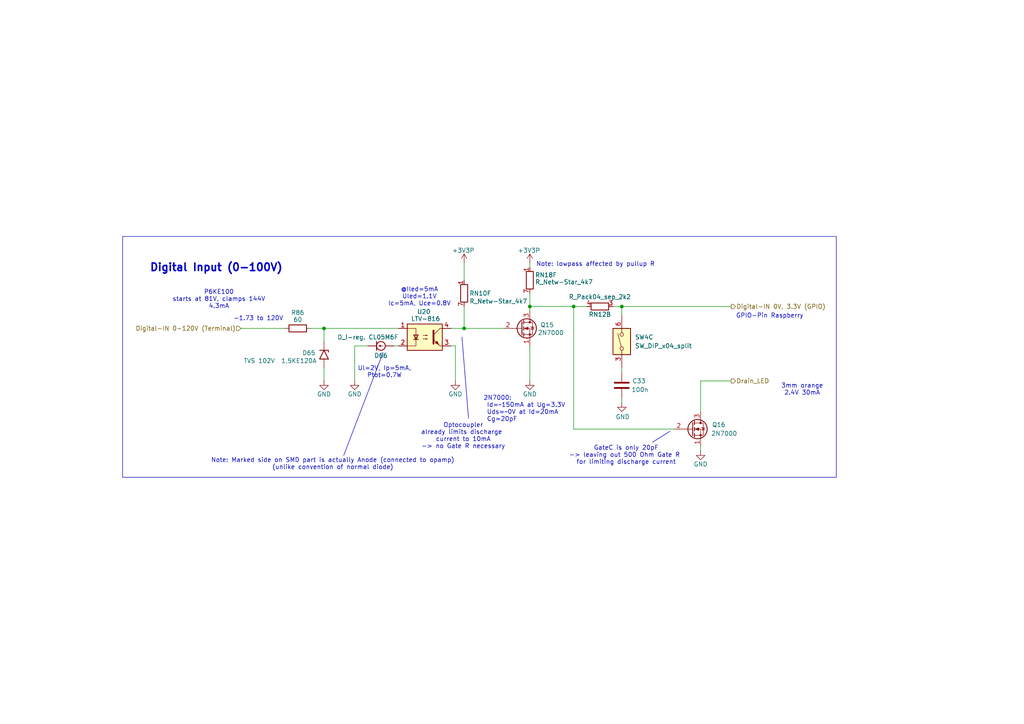
<source format=kicad_sch>
(kicad_sch (version 20231120) (generator "eeschema") (generator_version "8.0")
  (paper "A4")
  (lib_symbols
    (symbol "Device:C" (pin_numbers hide) (pin_names (offset 0.254))
      (property "Reference" "C" (at 0.635 2.54 0))
      (property "Value" "C" (at 0.635 -2.54 0))
      (symbol "C_0_1"
        (polyline (pts (xy -2.032 -0.762) (xy 2.032 -0.762)) (stroke (width 0.508)))
        (polyline (pts (xy -2.032 0.762) (xy 2.032 0.762)) (stroke (width 0.508)))
      )
      (symbol "C_1_1"
        (pin passive line (at 0 3.81 270) (length 2.794) (name "~") (number "1"))
        (pin passive line (at 0 -3.81 90) (length 2.794) (name "~") (number "2"))
      )
    )
    (symbol "Device:D_Current-regulator" (pin_numbers hide) (pin_names (offset 1.016) hide)
      (property "Reference" "D" (at 0 2.54 0))
      (property "Value" "D_Current-regulator" (at 0 -2.54 0))
      (symbol "D_Current-regulator_0_1"
        (polyline (pts (xy -1.27 1.27) (xy -1.27 -1.27)) (stroke (width 0.254)))
      )
      (symbol "D_Current-regulator_1_1"
        (polyline (pts (xy -0.127 0) (xy 0.635 0)))
        (polyline (pts (xy -0.127 0.254) (xy -0.635 0) (xy -0.127 -0.254) (xy -0.127 0.254)) (fill (type outline)))
        (circle (center 0 0) (radius 1.27) (stroke (width 0.254)))
        (pin passive line (at -3.81 0 0) (length 2.54) (name "K") (number "1"))
        (pin passive line (at 3.81 0 180) (length 2.54) (name "A") (number "2"))
      )
    )
    (symbol "Device:R" (pin_numbers hide) (pin_names (offset 0))
      (property "Reference" "R" (at 2.032 0 90))
      (property "Value" "R" (at 0 0 90))
      (symbol "R_0_1"
        (rectangle (start -1.016 -2.54) (end 1.016 2.54) (stroke (width 0.254)))
      )
      (symbol "R_1_1"
        (pin passive line (at 0 3.81 270) (length 1.27) (name "~") (number "1"))
        (pin passive line (at 0 -3.81 90) (length 1.27) (name "~") (number "2"))
      )
    )
    (symbol "Device:R_Network08_Split" (pin_names (offset 0) hide)
      (property "Reference" "RN" (at 2.032 0 90))
      (property "Value" "R_Network08_Split" (at 0 0 90))
      (symbol "R_Network08_Split_0_1"
        (rectangle (start 1.016 2.54) (end -1.016 -2.54) (stroke (width 0.254)))
        (pin passive line (at 0 3.81 270) (length 1.27) (name "R1") (number "1"))
      )
      (symbol "R_Network08_Split_1_1"
        (pin passive line (at 0 -3.81 90) (length 1.27) (name "R1.2") (number "2"))
      )
      (symbol "R_Network08_Split_2_1"
        (pin passive line (at 0 -3.81 90) (length 1.27) (name "R2.2") (number "3"))
      )
      (symbol "R_Network08_Split_3_1"
        (pin passive line (at 0 -3.81 90) (length 1.27) (name "R3.2") (number "4"))
      )
      (symbol "R_Network08_Split_4_1"
        (pin passive line (at 0 -3.81 90) (length 1.27) (name "R4.2") (number "5"))
      )
      (symbol "R_Network08_Split_5_1"
        (pin passive line (at 0 -3.81 90) (length 1.27) (name "R5.2") (number "6"))
      )
      (symbol "R_Network08_Split_6_1"
        (pin passive line (at 0 -3.81 90) (length 1.27) (name "R6.2") (number "7"))
      )
      (symbol "R_Network08_Split_7_1"
        (pin passive line (at 0 -3.81 90) (length 1.27) (name "R7.2") (number "8"))
      )
      (symbol "R_Network08_Split_8_1"
        (pin passive line (at 0 -3.81 90) (length 1.27) (name "R8.2") (number "9"))
      )
    )
    (symbol "Device:R_Pack04_SIP_Split" (pin_names (offset 0) hide)
      (property "Reference" "RN" (at 2.032 0 90))
      (property "Value" "R_Pack04_SIP_Split" (at 0 0 90))
      (symbol "R_Pack04_SIP_Split_0_1"
        (rectangle (start 1.016 2.54) (end -1.016 -2.54) (stroke (width 0.254)))
      )
      (symbol "R_Pack04_SIP_Split_1_1"
        (pin passive line (at 0 -3.81 90) (length 1.27) (name "R1.1") (number "1"))
        (pin passive line (at 0 3.81 270) (length 1.27) (name "R1.2") (number "2"))
      )
      (symbol "R_Pack04_SIP_Split_2_1"
        (pin passive line (at 0 -3.81 90) (length 1.27) (name "R2.1") (number "3"))
        (pin passive line (at 0 3.81 270) (length 1.27) (name "R2.2") (number "4"))
      )
      (symbol "R_Pack04_SIP_Split_3_1"
        (pin passive line (at 0 -3.81 90) (length 1.27) (name "R3.1") (number "5"))
        (pin passive line (at 0 3.81 270) (length 1.27) (name "R3.2") (number "6"))
      )
      (symbol "R_Pack04_SIP_Split_4_1"
        (pin passive line (at 0 -3.81 90) (length 1.27) (name "R4.1") (number "7"))
        (pin passive line (at 0 3.81 270) (length 1.27) (name "R4.2") (number "8"))
      )
    )
    (symbol "Diode:1N62xxA" (pin_numbers hide) (pin_names (offset 1.016) hide)
      (property "Reference" "D" (at 0 2.54 0))
      (property "Value" "1N62xxA" (at 0 -2.54 0))
      (symbol "1N62xxA_0_1"
        (polyline (pts (xy -0.762 1.27) (xy -1.27 1.27) (xy -1.27 -1.27)) (stroke (width 0.254)))
        (polyline (pts (xy 1.27 1.27) (xy 1.27 -1.27) (xy -1.27 0) (xy 1.27 1.27)) (stroke (width 0.254)))
      )
      (symbol "1N62xxA_1_1"
        (pin passive line (at -3.81 0 0) (length 2.54) (name "A1") (number "1"))
        (pin passive line (at 3.81 0 180) (length 2.54) (name "A2") (number "2"))
      )
    )
    (symbol "Isolator:LTV-817M" (pin_names (offset 1.016))
      (property "Reference" "U" (at -3.81 5.08 0))
      (property "Value" "LTV-817M" (at 0 -5.08 0))
      (symbol "LTV-817M_1_1"
        (rectangle (start -5.08 3.81) (end 5.08 -3.81) (stroke (width 0.254)) (fill (type background)))
        (polyline (pts (xy -3.175 -0.635) (xy -1.905 -0.635)) (stroke (width 0.254)))
        (polyline (pts (xy 2.54 0.635) (xy 4.445 2.54)))
        (polyline (pts (xy 4.445 -2.54) (xy 2.54 -0.635)) (fill (type outline)))
        (polyline (pts (xy 4.445 -2.54) (xy 5.08 -2.54)))
        (polyline (pts (xy 4.445 2.54) (xy 5.08 2.54)))
        (polyline (pts (xy -5.08 2.54) (xy -2.54 2.54) (xy -2.54 -0.762)))
        (polyline (pts (xy -2.54 -0.635) (xy -2.54 -2.54) (xy -5.08 -2.54)))
        (polyline (pts (xy 2.54 1.905) (xy 2.54 -1.905) (xy 2.54 -1.905)) (stroke (width 0.508)))
        (polyline (pts (xy -2.54 -0.635) (xy -3.175 0.635) (xy -1.905 0.635) (xy -2.54 -0.635)) (stroke (width 0.254)))
        (polyline (pts (xy -0.508 -0.508) (xy 0.762 -0.508) (xy 0.381 -0.635) (xy 0.381 -0.381) (xy 0.762 -0.508)))
        (polyline (pts (xy -0.508 0.508) (xy 0.762 0.508) (xy 0.381 0.381) (xy 0.381 0.635) (xy 0.762 0.508)))
        (polyline (pts (xy 3.048 -1.651) (xy 3.556 -1.143) (xy 4.064 -2.159) (xy 3.048 -1.651) (xy 3.048 -1.651)) (fill (type outline)))
        (pin passive line (at -7.62 2.54 0) (length 2.54) (name "~") (number "1"))
        (pin passive line (at -7.62 -2.54 0) (length 2.54) (name "~") (number "2"))
        (pin passive line (at 7.62 -2.54 180) (length 2.54) (name "~") (number "3"))
        (pin passive line (at 7.62 2.54 180) (length 2.54) (name "~") (number "4"))
      )
    )
    (symbol "Transistor_FET:2N7000" (pin_names hide)
      (property "Reference" "Q" (at 5.08 1.905 0))
      (property "Value" "2N7000" (at 5.08 0 0))
      (symbol "2N7000_0_1"
        (polyline (pts (xy 0.254 0) (xy -2.54 0)))
        (polyline (pts (xy 0.254 1.905) (xy 0.254 -1.905)) (stroke (width 0.254)))
        (polyline (pts (xy 0.762 -1.27) (xy 0.762 -2.286)) (stroke (width 0.254)))
        (polyline (pts (xy 0.762 0.508) (xy 0.762 -0.508)) (stroke (width 0.254)))
        (polyline (pts (xy 0.762 2.286) (xy 0.762 1.27)) (stroke (width 0.254)))
        (polyline (pts (xy 2.54 2.54) (xy 2.54 1.778)))
        (polyline (pts (xy 2.54 -2.54) (xy 2.54 0) (xy 0.762 0)))
        (polyline (pts (xy 0.762 -1.778) (xy 3.302 -1.778) (xy 3.302 1.778) (xy 0.762 1.778)))
        (polyline (pts (xy 1.016 0) (xy 2.032 0.381) (xy 2.032 -0.381) (xy 1.016 0)) (fill (type outline)))
        (polyline (pts (xy 2.794 0.508) (xy 2.921 0.381) (xy 3.683 0.381) (xy 3.81 0.254)))
        (polyline (pts (xy 3.302 0.381) (xy 2.921 -0.254) (xy 3.683 -0.254) (xy 3.302 0.381)))
        (circle (center 1.651 0) (radius 2.794) (stroke (width 0.254)))
        (circle (center 2.54 -1.778) (radius 0.254) (fill (type outline)))
        (circle (center 2.54 1.778) (radius 0.254) (fill (type outline)))
      )
      (symbol "2N7000_1_1"
        (pin passive line (at 2.54 -5.08 90) (length 2.54) (name "S") (number "1"))
        (pin input line (at -5.08 0 0) (length 2.54) (name "G") (number "2"))
        (pin passive line (at 2.54 5.08 270) (length 2.54) (name "D") (number "3"))
      )
    )
    (symbol "custom-symbols:SW_DIP_x04_split" (pin_names (offset 0) hide)
      (property "Reference" "SW" (at 0 3.81 0))
      (property "Value" "SW_DIP_x04_split" (at 0 -3.81 0))
      (symbol "SW_DIP_x04_split_0_0"
        (circle (center -2.032 0) (radius 0.508))
        (polyline (pts (xy -1.524 0.127) (xy 2.3622 1.1684)))
        (circle (center 2.032 0) (radius 0.508))
      )
      (symbol "SW_DIP_x04_split_0_1"
        (rectangle (start -3.81 2.54) (end 3.81 -2.54) (stroke (width 0.254)) (fill (type background)))
      )
      (symbol "SW_DIP_x04_split_1_1"
        (pin passive line (at -7.62 0 0) (length 5.08) (name "~") (number "1"))
        (pin passive line (at 7.62 0 180) (length 5.08) (name "~") (number "8"))
      )
      (symbol "SW_DIP_x04_split_2_1"
        (pin passive line (at -7.62 0 0) (length 5.08) (name "~") (number "2"))
        (pin passive line (at 7.62 0 180) (length 5.08) (name "~") (number "7"))
      )
      (symbol "SW_DIP_x04_split_3_1"
        (pin passive line (at -7.62 0 0) (length 5.08) (name "~") (number "3"))
        (pin passive line (at 7.62 0 180) (length 5.08) (name "~") (number "6"))
      )
      (symbol "SW_DIP_x04_split_4_1"
        (pin passive line (at -7.62 0 0) (length 5.08) (name "~") (number "4"))
        (pin passive line (at 7.62 0 180) (length 5.08) (name "~") (number "5"))
      )
    )
    (symbol "power:+3V3" (power) (pin_numbers hide) (pin_names (offset 0) hide)
      (property "Value" "+3V3" (at 0 3.556 0))
      (symbol "+3V3_0_1"
        (polyline (pts (xy -0.762 1.27) (xy 0 2.54)))
        (polyline (pts (xy 0 0) (xy 0 2.54)))
        (polyline (pts (xy 0 2.54) (xy 0.762 1.27)))
      )
      (symbol "+3V3_1_1"
        (pin power_in line (at 0 0 90) (length 0) (name "~") (number "1"))
      )
    )
    (symbol "power:GND" (power) (pin_numbers hide) (pin_names (offset 0) hide)
      (property "Value" "GND" (at 0 -3.81 0))
      (symbol "GND_0_1"
        (polyline (pts (xy 0 0) (xy 0 -1.27) (xy 1.27 -1.27) (xy 0 -2.54) (xy -1.27 -1.27) (xy 0 -1.27)))
      )
      (symbol "GND_1_1"
        (pin power_in line (at 0 0 270) (length 0) (name "~") (number "1"))
      )
    )
  )
  (junction (at 153.67 88.9))
  (junction (at 134.62 95.25))
  (junction (at 180.34 88.9))
  (junction (at 93.98 95.25))
  (junction (at 166.37 88.9))
  (wire (pts (xy 102.87 100.33) (xy 102.87 110.49)))
  (polyline (pts (xy 194.31 125.095) (xy 189.23 128.27)))
  (wire (pts (xy 130.81 100.33) (xy 132.08 100.33)))
  (wire (pts (xy 203.2 110.49) (xy 212.09 110.49)))
  (wire (pts (xy 166.37 124.46) (xy 195.58 124.46)))
  (wire (pts (xy 93.98 95.25) (xy 93.98 99.06)))
  (wire (pts (xy 106.68 100.33) (xy 102.87 100.33)))
  (wire (pts (xy 132.08 100.33) (xy 132.08 110.49)))
  (wire (pts (xy 177.8 88.9) (xy 180.34 88.9)))
  (wire (pts (xy 180.34 88.9) (xy 212.09 88.9)))
  (wire (pts (xy 93.98 106.68) (xy 93.98 110.49)))
  (wire (pts (xy 153.67 76.2) (xy 153.67 77.47)))
  (wire (pts (xy 134.62 88.9) (xy 134.62 95.25)))
  (wire (pts (xy 134.62 95.25) (xy 146.05 95.25)))
  (wire (pts (xy 153.67 88.9) (xy 153.67 90.17)))
  (wire (pts (xy 180.34 107.95) (xy 180.34 106.68)))
  (wire (pts (xy 69.85 95.25) (xy 82.55 95.25)))
  (wire (pts (xy 180.34 115.57) (xy 180.34 116.84)))
  (wire (pts (xy 153.67 85.09) (xy 153.67 88.9)))
  (polyline (pts (xy 111.125 102.235) (xy 99.695 132.08)))
  (wire (pts (xy 93.98 95.25) (xy 115.57 95.25)))
  (wire (pts (xy 114.3 100.33) (xy 115.57 100.33)))
  (wire (pts (xy 130.81 95.25) (xy 134.62 95.25)))
  (wire (pts (xy 166.37 88.9) (xy 170.18 88.9)))
  (wire (pts (xy 203.2 110.49) (xy 203.2 119.38)))
  (wire (pts (xy 90.17 95.25) (xy 93.98 95.25)))
  (wire (pts (xy 153.67 88.9) (xy 166.37 88.9)))
  (wire (pts (xy 166.37 124.46) (xy 166.37 88.9)))
  (wire (pts (xy 153.67 100.33) (xy 153.67 110.49)))
  (polyline (pts (xy 133.985 97.79) (xy 135.89 121.285)))
  (wire (pts (xy 180.34 88.9) (xy 180.34 91.44)))
  (wire (pts (xy 203.2 129.54) (xy 203.2 130.81)))
  (wire (pts (xy 134.62 76.2) (xy 134.62 81.28)))
  (rectangle (start 35.56 68.58) (end 242.57 138.43))
  (text "Note: lowpass affected by pullup R" (at 172.72 76.708 0) (effects (font (size 1.27 1.27))))
  (text "Ul=2V, Ip=5mA,\nPtot=0.7W" (at 111.506 107.95 0) (effects (font (size 1.27 1.27))))
  (text "3mm orange\n2.4V 30mA" (at 232.664 113.03 0) (effects (font (size 1.27 1.27))))
  (text "Note: Marked side on SMD part is actually Anode (connected to opamp)\n(unlike convention of normal diode)" (at 96.52 134.62 0) (effects (font (size 1.27 1.27))))
  (text "Digital Input (0-100V)" (at 62.738 77.724 0) (effects (font (size 2.2 2.2) (thickness 0.44) (bold yes))))
  (text "GateC is only 20pF\n-> leaving out 500 Ohm Gate R \nfor limiting discharge current" (at 181.61 132.08 0) (effects (font (size 1.27 1.27))))
  (text "P6KE100\nstarts at 81V, clamps 144V\n4.3mA" (at 63.5 86.868 0) (effects (font (size 1.27 1.27))))
  (text "GPIO-Pin Raspberry" (at 223.266 91.694 0) (effects (font (size 1.27 1.27))))
  (text "-1.73 to 120V" (at 74.93 92.456 0) (effects (font (size 1.27 1.27))))
  (text "2N7000:\n Id=~150mA at Ug=3.3V\n Uds=~0V at Id=20mA\n Cg=20pF" (at 140.208 118.618 0) (effects (font (size 1.27 1.27)) (justify left)))
  (text "Optocoupler\nalready limits discharge \ncurrent to 10mA\n-> no Gate R necessary" (at 134.366 126.492 0) (effects (font (size 1.27 1.27))))
  (text "@Iled=5mA\nUled=1.1V\nIc=5mA, Uce=0.8V" (at 121.666 86.106 0) (effects (font (size 1.27 1.27))))
  (hierarchical_label "Digital-IN 0V, 3.3V (GPIO)" (shape output) (at 212.09 88.9 0))
  (hierarchical_label "Drain_LED" (shape output) (at 212.09 110.49 0))
  (hierarchical_label "Digital-IN 0-120V (Terminal)" (shape input) (at 69.85 95.25 180))
  (symbol (lib_id "Device:R_Network08_Split") (at 153.67 81.28 0) (unit 6)
    (property "Reference" "RN18" (at 155.194 79.756 0) (effects (justify left)))
    (property "Value" "R_Netw-Star_4k7" (at 155.194 81.788 0) (effects (justify left)))
    (property "Footprint" "Resistor_THT:R_Array_SIP9" (effects (hide yes)))
    (property "Datasheet" "https://www.reichelt.com/be/en/shop/product/resistor_network_8_x_4_7_kohm_2_sil-9-18049?nbc=1&trstct=pos_15" (effects (hide yes)))
    (property "Description" "8 resistor network, star topology, bussed resistors, split" (effects (hide yes)))
    (instances (project "pi-interface-board_v1.0" (path "" (reference "RN18") (unit 6)) (path "" (reference "RN18") (unit 7)) (path "" (reference "RN18") (unit 5)) (path "" (reference "RN18") (unit 8)) (path "" (reference "RN18") (unit 2)) (path "" (reference "RN18") (unit 4)) (path "" (reference "RN18") (unit 3)) (path "" (reference "RN18") (unit 1))))
  )
  (symbol (lib_id "power:GND") (at 102.87 110.49 0) (unit 1)
    (property "Reference" "#PWR0158" (effects (hide yes)))
    (property "Value" "GND" (at 102.87 114.3 0))
    (property "Description" "Power symbol creates a global label with name \"GND\" , ground" (effects (hide yes)))
    (instances (project "pi-interface-board_v1.0" (path "" (reference "#PWR0158") (unit 1)) (path "" (reference "#PWR0167") (unit 1)) (path "" (reference "#PWR0149") (unit 1)) (path "" (reference "#PWR0176") (unit 1)) (path "" (reference "#PWR0122") (unit 1)) (path "" (reference "#PWR0140") (unit 1)) (path "" (reference "#PWR0131") (unit 1)) (path "" (reference "#PWR0113") (unit 1))))
  )
  (symbol (lib_id "Transistor_FET:2N7000") (at 151.13 95.25 0) (unit 1)
    (property "Reference" "Q15" (at 156.718 94.234 0) (effects (justify left)))
    (property "Value" "2N7000" (at 155.956 96.52 0) (effects (justify left)))
    (property "Footprint" "Package_TO_SOT_THT:TO-92_HandSolder" (effects (hide yes)))
    (property "Datasheet" "https://www.reichelt.com/be/de/shop/produkt/mosfet_n-ch_60v_0_115a_0_4w_1_7r_to-92-41141?nbc=1&q=%2Fbe%2Fde%2Fshop%2Fmosfet-n-ch-60v-0-115a-0-4w-1-7r-to-92-2n-7000-p41141.html&trstct=pos_0" (effects (hide yes)))
    (property "Description" "0.2A Id, 200V Vds, N-Channel MOSFET, 2.6V Logic Level, TO-92" (effects (hide yes)))
    (instances (project "pi-interface-board_v1.0" (path "" (reference "Q15") (unit 1)) (path "" (reference "Q17") (unit 1)) (path "" (reference "Q13") (unit 1)) (path "" (reference "Q19") (unit 1)) (path "" (reference "Q7") (unit 1)) (path "" (reference "Q11") (unit 1)) (path "" (reference "Q9") (unit 1)) (path "" (reference "Q2") (unit 1))))
  )
  (symbol (lib_id "power:GND") (at 203.2 130.81 0) (unit 1)
    (property "Reference" "#PWR0165" (effects (hide yes)))
    (property "Value" "GND" (at 203.2 134.62 0))
    (property "Description" "Power symbol creates a global label with name \"GND\" , ground" (effects (hide yes)))
    (instances (project "pi-interface-board_v1.0" (path "" (reference "#PWR0165") (unit 1)) (path "" (reference "#PWR0174") (unit 1)) (path "" (reference "#PWR0156") (unit 1)) (path "" (reference "#PWR0183") (unit 1)) (path "" (reference "#PWR0129") (unit 1)) (path "" (reference "#PWR0147") (unit 1)) (path "" (reference "#PWR0138") (unit 1)) (path "" (reference "#PWR0120") (unit 1))))
  )
  (symbol (lib_id "Transistor_FET:2N7000") (at 200.66 124.46 0) (unit 1)
    (property "Reference" "Q16" (at 206.502 123.19 0) (effects (justify left)))
    (property "Value" "2N7000" (at 206.248 125.73 0) (effects (justify left)))
    (property "Footprint" "Package_TO_SOT_THT:TO-92_HandSolder" (effects (hide yes)))
    (property "Datasheet" "https://www.reichelt.com/be/de/shop/produkt/mosfet_n-ch_60v_0_115a_0_4w_1_7r_to-92-41141?nbc=1&q=%2Fbe%2Fde%2Fshop%2Fmosfet-n-ch-60v-0-115a-0-4w-1-7r-to-92-2n-7000-p41141.html&trstct=pos_0" (effects (hide yes)))
    (property "Description" "0.2A Id, 200V Vds, N-Channel MOSFET, 2.6V Logic Level, TO-92" (effects (hide yes)))
    (instances (project "pi-interface-board_v1.0" (path "" (reference "Q16") (unit 1)) (path "" (reference "Q18") (unit 1)) (path "" (reference "Q14") (unit 1)) (path "" (reference "Q20") (unit 1)) (path "" (reference "Q8") (unit 1)) (path "" (reference "Q12") (unit 1)) (path "" (reference "Q10") (unit 1)) (path "" (reference "Q6") (unit 1))))
  )
  (symbol (lib_id "Device:C") (at 180.34 111.76 0) (unit 1)
    (property "Reference" "C33" (at 183.388 110.49 0) (effects (justify left)))
    (property "Value" "100n" (at 183.134 113.03 0) (effects (justify left)))
    (property "Footprint" "Capacitor_THT:C_Disc_D7.0mm_W2.5mm_P5.00mm" (effects (hide yes)))
    (property "Datasheet" "https://www.conrad.de/de/p/kemet-r82dc3100aa50k-1-st-polyester-kondensator-radial-bedrahtet-100-nf-63-v-10-5-mm-l-x-b-x-h-7-2-x-2-5-x-6-5-mm-1235240.html" (effects (hide yes)))
    (property "Description" "Unpolarized capacitor" (effects (hide yes)))
    (instances (project "pi-interface-board_v1.0" (path "" (reference "C33") (unit 1)) (path "" (reference "C34") (unit 1)) (path "" (reference "C32") (unit 1)) (path "" (reference "C35") (unit 1)) (path "" (reference "C29") (unit 1)) (path "" (reference "C31") (unit 1)) (path "" (reference "C30") (unit 1)) (path "" (reference "C17") (unit 1))))
  )
  (symbol (lib_id "Diode:1N62xxA") (at 93.98 102.87 270) (unit 1)
    (property "Reference" "D65" (at 87.63 102.362 90) (effects (justify left)))
    (property "Value" "TVS 102V  1,5KE120A" (at 70.612 104.648 90) (effects (justify left)))
    (property "Footprint" "Diode_THT:D_DO-15_P5.08mm_Vertical_AnodeUp" (effects (hide yes)))
    (property "Datasheet" "https://www.reichelt.com/be/en/shop/product/tvs_diode_unidirectional_102_v_1500_w_do-201-272795" (effects (hide yes)))
    (property "Description" "1500W unidirectional TRANSZORB® Transient Voltage Suppressor, DO-201AE" (effects (hide yes)))
    (instances (project "pi-interface-board_v1.0" (path "" (reference "D65") (unit 1)) (path "" (reference "D68") (unit 1)) (path "" (reference "D62") (unit 1)) (path "" (reference "D71") (unit 1)) (path "" (reference "D53") (unit 1)) (path "" (reference "D59") (unit 1)) (path "" (reference "D56") (unit 1)) (path "" (reference "D50") (unit 1))))
  )
  (symbol (lib_id "Device:R") (at 86.36 95.25 90) (unit 1)
    (property "Reference" "R86" (at 86.36 90.678 90))
    (property "Value" "60" (at 86.36 92.71 90))
    (property "Footprint" "Resistor_THT:R_Axial_DIN0207_L6.3mm_D2.5mm_P2.54mm_Vertical" (effects (hide yes)))
    (property "Datasheet" "https://www.reichelt.com/be/en/shop/product/metal_film_resistor_59_0_ohm-11890" (effects (hide yes)))
    (property "Description" "Resistor" (effects (hide yes)))
    (instances (project "pi-interface-board_v1.0" (path "" (reference "R86") (unit 1)) (path "" (reference "R93") (unit 1)) (path "" (reference "R79") (unit 1)) (path "" (reference "R100") (unit 1)) (path "" (reference "R58") (unit 1)) (path "" (reference "R72") (unit 1)) (path "" (reference "R65") (unit 1)) (path "" (reference "R1") (unit 1))))
  )
  (symbol (lib_id "power:GND") (at 132.08 110.49 0) (unit 1)
    (property "Reference" "#PWR0159" (effects (hide yes)))
    (property "Value" "GND" (at 132.08 114.3 0))
    (property "Description" "Power symbol creates a global label with name \"GND\" , ground" (effects (hide yes)))
    (instances (project "pi-interface-board_v1.0" (path "" (reference "#PWR0159") (unit 1)) (path "" (reference "#PWR0168") (unit 1)) (path "" (reference "#PWR0150") (unit 1)) (path "" (reference "#PWR0177") (unit 1)) (path "" (reference "#PWR0123") (unit 1)) (path "" (reference "#PWR0141") (unit 1)) (path "" (reference "#PWR0132") (unit 1)) (path "" (reference "#PWR0114") (unit 1))))
  )
  (symbol (lib_id "power:GND") (at 180.34 116.84 0) (unit 1)
    (property "Reference" "#PWR0163" (effects (hide yes)))
    (property "Value" "GND" (at 180.594 120.904 0))
    (property "Description" "Power symbol creates a global label with name \"GND\" , ground" (effects (hide yes)))
    (instances (project "pi-interface-board_v1.0" (path "" (reference "#PWR0163") (unit 1)) (path "" (reference "#PWR0172") (unit 1)) (path "" (reference "#PWR0154") (unit 1)) (path "" (reference "#PWR0181") (unit 1)) (path "" (reference "#PWR0127") (unit 1)) (path "" (reference "#PWR0145") (unit 1)) (path "" (reference "#PWR0136") (unit 1)) (path "" (reference "#PWR0118") (unit 1))))
  )
  (symbol (lib_id "power:GND") (at 93.98 110.49 0) (unit 1)
    (property "Reference" "#PWR0157" (effects (hide yes)))
    (property "Value" "GND" (at 93.98 114.3 0))
    (property "Description" "Power symbol creates a global label with name \"GND\" , ground" (effects (hide yes)))
    (instances (project "pi-interface-board_v1.0" (path "" (reference "#PWR0157") (unit 1)) (path "" (reference "#PWR0166") (unit 1)) (path "" (reference "#PWR0148") (unit 1)) (path "" (reference "#PWR0175") (unit 1)) (path "" (reference "#PWR0121") (unit 1)) (path "" (reference "#PWR0139") (unit 1)) (path "" (reference "#PWR0130") (unit 1)) (path "" (reference "#PWR0112") (unit 1))))
  )
  (symbol (lib_id "custom-symbols:SW_DIP_x04_split") (at 180.34 99.06 90) (unit 3)
    (property "Reference" "SW4" (at 184.15 97.7899 90) (effects (justify right)))
    (property "Value" "SW_DIP_x04_split" (at 184.15 100.3299 90) (effects (justify right)))
    (property "Footprint" "Button_Switch_THT:SW_DIP_SPSTx04_Slide_9.78x12.34mm_W7.62mm_P2.54mm" (effects (hide yes)))
    (property "Datasheet" "https://www.reichelt.com/be/en/shop/product/dip_switch_vertical_4-pin-13532" (effects (hide yes)))
    (property "Description" "4x DIP Switch, 4 Pole Single Throw (SPST) switch, small symbol" (effects (hide yes)))
    (instances (project "" (path "" (reference "SW4") (unit 3)) (path "" (reference "SW4") (unit 2)) (path "" (reference "SW4") (unit 4)) (path "" (reference "SW4") (unit 1)) (path "" (reference "SW3") (unit 3)) (path "" (reference "SW3") (unit 1)) (path "" (reference "SW3") (unit 2)) (path "" (reference "SW3") (unit 4))))
  )
  (symbol (lib_id "Device:R_Pack04_SIP_Split") (at 173.99 88.9 90) (unit 2)
    (property "Reference" "RN12" (at 173.99 91.186 90))
    (property "Value" "R_Pack04_sep_2k2" (at 173.99 86.106 90))
    (property "Footprint" "Resistor_THT:R_Array_SIP8" (effects (hide yes)))
    (property "Datasheet" "https://www.reichelt.com/be/en/shop/product/resistor_network_4_x_2_2_kohm_2_sil-8-17915" (effects (hide yes)))
    (property "Description" "4 resistor network, parallel topology, SIP package, split" (effects (hide yes)))
    (instances (project "" (path "" (reference "RN12") (unit 2)) (path "" (reference "RN12") (unit 3)) (path "" (reference "RN12") (unit 1)) (path "" (reference "RN12") (unit 4)) (path "" (reference "RN11") (unit 2)) (path "" (reference "RN11") (unit 4)) (path "" (reference "RN11") (unit 3)) (path "" (reference "RN11") (unit 1))))
  )
  (symbol (lib_id "Device:R_Network08_Split") (at 134.62 85.09 0) (unit 6)
    (property "Reference" "RN10" (at 136.144 85.09 0) (effects (justify left)))
    (property "Value" "R_Netw-Star_4k7" (at 136.144 87.376 0) (effects (justify left)))
    (property "Footprint" "Resistor_THT:R_Array_SIP9" (effects (hide yes)))
    (property "Datasheet" "https://www.reichelt.com/be/en/shop/product/resistor_network_8_x_4_7_kohm_2_sil-9-18049?nbc=1&trstct=pos_15" (effects (hide yes)))
    (property "Description" "8 resistor network, star topology, bussed resistors, split" (effects (hide yes)))
    (instances (project "" (path "" (reference "RN10") (unit 6)) (path "" (reference "RN10") (unit 7)) (path "" (reference "RN10") (unit 5)) (path "" (reference "RN10") (unit 8)) (path "" (reference "RN10") (unit 3)) (path "" (reference "RN10") (unit 1)) (path "" (reference "RN10") (unit 2)) (path "" (reference "RN10") (unit 4))))
  )
  (symbol (lib_id "Device:D_Current-regulator") (at 110.49 100.33 0) (unit 1)
    (property "Reference" "D66" (at 110.49 103.124 0))
    (property "Value" "D_I-reg. CL05M6F" (at 106.68 97.79 0))
    (property "Footprint" "Diode_SMD:D_SOD-123F" (effects (hide yes)))
    (property "Datasheet" "https://www.conrad.de/de/p/diotec-konstantstromquellen-cl05m6f-sod-123fl-2807601.html" (effects (hide yes)))
    (property "Description" "Constant-current diode / current limiting diode / current regulator diode, IEC60747-3:2013" (effects (hide yes)))
    (instances (project "pi-interface-board_v1.0" (path "" (reference "D66") (unit 1)) (path "" (reference "D69") (unit 1)) (path "" (reference "D63") (unit 1)) (path "" (reference "D72") (unit 1)) (path "" (reference "D54") (unit 1)) (path "" (reference "D60") (unit 1)) (path "" (reference "D57") (unit 1)) (path "" (reference "D51") (unit 1))))
  )
  (symbol (lib_id "power:+3V3") (at 153.67 76.2 0) (unit 1)
    (property "Reference" "#PWR027" (effects (hide yes)))
    (property "Value" "+3V3P" (at 153.416 72.644 0))
    (property "Description" "Power symbol creates a global label with name \"+3V3\"" (effects (hide yes)))
    (instances (project "pi-interface-board_v1.0" (path "" (reference "#PWR027") (unit 1)) (path "" (reference "#PWR029") (unit 1)) (path "" (reference "#PWR026") (unit 1)) (path "" (reference "#PWR043") (unit 1)) (path "" (reference "#PWR022") (unit 1)) (path "" (reference "#PWR025") (unit 1)) (path "" (reference "#PWR024") (unit 1)) (path "" (reference "#PWR021") (unit 1))))
  )
  (symbol (lib_id "power:+3V3") (at 134.62 76.2 0) (unit 1)
    (property "Reference" "#PWR018" (effects (hide yes)))
    (property "Value" "+3V3P" (at 134.366 72.644 0))
    (property "Description" "Power symbol creates a global label with name \"+3V3\"" (effects (hide yes)))
    (instances (project "pi-interface-board_v1.0" (path "" (reference "#PWR018") (unit 1)) (path "" (reference "#PWR019") (unit 1)) (path "" (reference "#PWR016") (unit 1)) (path "" (reference "#PWR020") (unit 1)) (path "" (reference "#PWR08") (unit 1)) (path "" (reference "#PWR010") (unit 1)) (path "" (reference "#PWR09") (unit 1)) (path "" (reference "#PWR07") (unit 1))))
  )
  (symbol (lib_id "power:GND") (at 153.67 110.49 0) (unit 1)
    (property "Reference" "#PWR0162" (effects (hide yes)))
    (property "Value" "GND" (at 153.67 114.3 0))
    (property "Description" "Power symbol creates a global label with name \"GND\" , ground" (effects (hide yes)))
    (instances (project "pi-interface-board_v1.0" (path "" (reference "#PWR0162") (unit 1)) (path "" (reference "#PWR0171") (unit 1)) (path "" (reference "#PWR0153") (unit 1)) (path "" (reference "#PWR0180") (unit 1)) (path "" (reference "#PWR0126") (unit 1)) (path "" (reference "#PWR0144") (unit 1)) (path "" (reference "#PWR0135") (unit 1)) (path "" (reference "#PWR0117") (unit 1))))
  )
  (symbol (lib_id "Isolator:LTV-817M") (at 123.19 97.79 0) (unit 1)
    (property "Reference" "U20" (at 122.936 90.424 0))
    (property "Value" "LTV-816" (at 123.444 92.456 0))
    (property "Footprint" "Package_DIP:DIP-4_W10.16mm" (effects (hide yes)))
    (property "Datasheet" "[bestand] https://de.rs-online.com/web/p/optokoppler/6912108" (effects (hide yes)))
    (property "Description" "DC Optocoupler, Vce 35V, CTR 50%, DIP-4" (effects (hide yes)))
    (instances (project "pi-interface-board_v1.0" (path "" (reference "U20") (unit 1)) (path "" (reference "U21") (unit 1)) (path "" (reference "U19") (unit 1)) (path "" (reference "U22") (unit 1)) (path "" (reference "U8") (unit 1)) (path "" (reference "U18") (unit 1)) (path "" (reference "U17") (unit 1)) (path "" (reference "U7") (unit 1))))
  )
)
</source>
